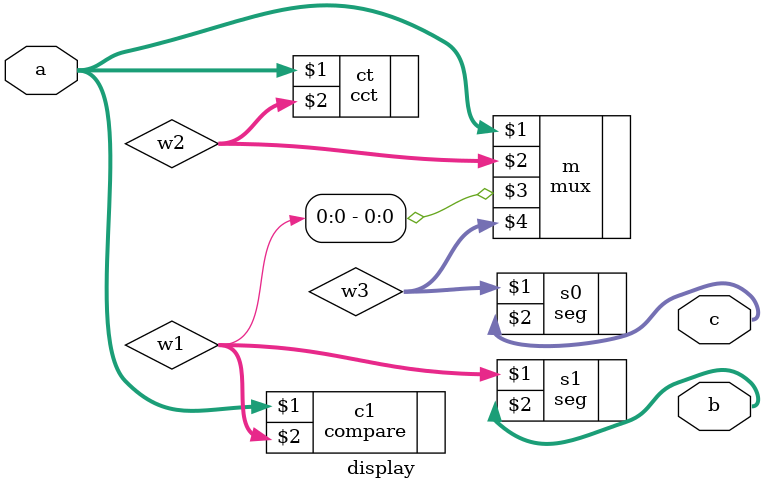
<source format=v>
module display(a,b,c);
    input [3:0] a;
    output [6:0] b,c;
    wire [3:0] w1,w2,w3;
    
    compare c1(a,w1);
    cct ct(a,w2);
    mux m(a,w2,w1[0],w3);
    seg s0(w3,c);
    seg s1(w1,b);
endmodule
</source>
